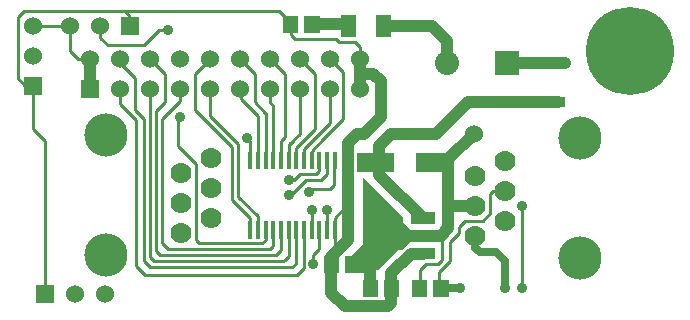
<source format=gbr>
G04 start of page 2 for group 0 idx 0 *
G04 Title: (unknown), component *
G04 Creator: pcb 20110918 *
G04 CreationDate: Sun 03 Feb 2013 12:26:50 AM GMT UTC *
G04 For: petersen *
G04 Format: Gerber/RS-274X *
G04 PCB-Dimensions: 222000 104000 *
G04 PCB-Coordinate-Origin: lower left *
%MOIN*%
%FSLAX25Y25*%
%LNTOP*%
%ADD33C,0.0300*%
%ADD32C,0.0480*%
%ADD31C,0.0380*%
%ADD30C,0.1280*%
%ADD29C,0.1285*%
%ADD28C,0.0350*%
%ADD27C,0.0200*%
%ADD26C,0.0360*%
%ADD25R,0.0130X0.0130*%
%ADD24R,0.0360X0.0360*%
%ADD23R,0.0512X0.0512*%
%ADD22R,0.0945X0.0945*%
%ADD21R,0.0378X0.0378*%
%ADD20R,0.0630X0.0630*%
%ADD19C,0.0700*%
%ADD18C,0.0800*%
%ADD17C,0.0600*%
%ADD16C,0.1440*%
%ADD15C,0.2937*%
%ADD14C,0.0250*%
%ADD13C,0.0100*%
%ADD12C,0.0400*%
%ADD11C,0.0001*%
G54D11*G36*
X118000Y15500D02*Y14500D01*
X114000D01*
Y20500D01*
X117500Y24000D01*
Y46500D01*
X131000Y33000D01*
Y22500D01*
X129500D01*
X122500Y15500D01*
X118000D01*
G37*
G54D12*X100000Y97500D02*X112500D01*
G54D13*X93500Y98000D02*Y94000D01*
X95000Y92500D01*
X91500Y81000D02*X86500Y86000D01*
X81500Y81000D02*X76500Y86000D01*
X36000Y102000D02*X89500D01*
X93500Y98000D01*
X52500Y95500D02*X49500D01*
X44500Y90500D01*
X95000Y92500D02*X108500D01*
X109500Y91500D01*
X115000D01*
X116500Y90000D01*
Y85500D01*
X111000Y81500D02*X106500Y86000D01*
Y64500D02*Y76000D01*
X111000Y66000D02*Y81500D01*
X101500Y62500D02*Y81000D01*
X96500Y86000D01*
Y61000D02*Y76500D01*
X104000Y59000D02*X111000Y66000D01*
X93000Y57500D02*X96500Y61000D01*
X97838Y55838D02*X106500Y64500D01*
X94500Y59000D02*X92750Y57250D01*
X101500Y62500D02*X95250Y56250D01*
X91500Y60000D02*Y81000D01*
X90162Y58662D02*X91500Y60000D01*
X82500Y67000D02*X77000Y72500D01*
Y76000D01*
X66500D02*Y67000D01*
X76000Y57500D01*
X82485Y67015D02*X81250Y68250D01*
X79926Y58574D02*X79000Y59500D01*
X56000Y57000D02*Y67000D01*
X85000Y68000D02*X81500Y71500D01*
Y81000D01*
X87603Y70397D02*X86500Y71500D01*
Y76000D01*
X85044Y67956D02*X84000Y69000D01*
G54D12*X123000Y57000D02*Y52842D01*
X121658Y51500D01*
X123000Y52500D02*Y47348D01*
X124405Y97000D02*X140500D01*
X142000Y61000D02*X127000D01*
X123000Y57000D01*
X123500Y66500D02*Y78500D01*
X165500Y84500D02*X185000D01*
X140500Y97000D02*X145500Y92000D01*
Y84500D01*
X182500Y71600D02*X152600D01*
X123500Y78500D02*X121000Y81000D01*
X116500D01*
Y86000D02*Y76000D01*
X112500Y58000D02*X115500Y61000D01*
X118000D01*
X123500Y66500D01*
X152600Y71600D02*X142000Y61000D01*
X123000Y47348D02*X137442Y32906D01*
X136500Y27000D02*X143500D01*
X146000Y29500D01*
X127000Y12000D02*Y14500D01*
X133500Y21000D01*
G54D13*X136500Y13500D02*Y8500D01*
G54D12*X133500Y21000D02*X137500D01*
G54D13*X136500Y12500D02*Y15500D01*
X138500Y17500D01*
X142500D01*
X144000Y19000D01*
X143000Y12500D02*Y15000D01*
X144000Y19000D02*Y27500D01*
X146500Y18500D02*Y25000D01*
X149500Y28000D01*
X143000Y15000D02*X146500Y18500D01*
G54D14*X150000Y9500D02*X143500D01*
G54D13*X143000Y14000D02*Y9000D01*
G54D12*X120000Y11500D02*Y29500D01*
X113500Y17500D02*X120000D01*
X111500Y3500D02*X126000D01*
X127000Y4500D01*
Y12500D01*
X146000Y51500D02*Y52500D01*
X154500Y61000D01*
X146000Y29500D02*Y52500D01*
Y37000D02*X155000D01*
G54D13*X149500Y28000D02*Y30000D01*
X151500Y32000D01*
X157500D01*
X160000Y34500D01*
G54D14*X162000Y21500D02*X156500D01*
X155000Y23000D01*
Y27000D01*
G54D13*X160000Y34500D02*Y41000D01*
X161000Y42000D01*
X165000D01*
X165500Y42500D01*
G54D14*X165000Y18500D02*X162000Y21500D01*
X165000Y9500D02*Y18500D01*
G54D13*X170500Y37000D02*Y9500D01*
X42000Y65500D02*Y17000D01*
X44500Y66000D02*Y18500D01*
X46500Y76000D02*Y20000D01*
X48500Y68500D02*Y22000D01*
X50500Y24500D02*Y66000D01*
X46500Y20000D02*X48000Y18500D01*
X52500Y22500D02*X50500Y24500D01*
X48500Y22000D02*X50000Y20500D01*
X44500Y18500D02*X46500Y16500D01*
X42000Y17000D02*X45000Y14000D01*
X11500Y7500D02*Y58500D01*
X7500Y62500D01*
Y76500D01*
X36500Y76000D02*Y71000D01*
X38000Y102000D02*X39500Y100500D01*
Y96500D01*
X36500Y71000D02*X42000Y65500D01*
X41500Y79500D02*Y69000D01*
X44500Y66000D01*
X51500Y71500D02*X48500Y68500D01*
X50500Y66000D02*X56500Y72000D01*
Y76500D01*
G54D12*X26500Y86500D02*Y76000D01*
G54D13*X61500Y81000D02*X66500Y86000D01*
X36500D02*Y84500D01*
X41500Y79500D01*
X46500Y86000D02*X51500Y81000D01*
Y71500D01*
X44500Y90500D02*X32500D01*
X7500Y77000D02*X5000D01*
X2500Y79500D01*
Y100000D01*
X4500Y102000D01*
X7500Y97000D02*X20000D01*
X4500Y102000D02*X38000D01*
X32500Y90500D02*X30000Y93000D01*
Y97500D01*
X20000Y97000D02*Y88500D01*
X22500Y86000D01*
X26500D01*
X7500Y76500D02*X7000Y77000D01*
X79000Y59500D02*Y59000D01*
X74000Y39000D02*Y56500D01*
X70000Y60500D01*
X76000Y57500D02*Y40000D01*
X79926Y52114D02*Y58574D01*
X70500Y60000D02*X61500Y69000D01*
Y81000D01*
X62000Y25500D02*Y51000D01*
X86500Y22500D02*X52500D01*
X50000Y20500D02*X88500D01*
X48000Y18500D02*X91000D01*
X46500Y16500D02*X94000D01*
X45000Y14000D02*X95500D01*
X90162Y22162D02*X89000Y21000D01*
X88500Y20500D02*X90000Y22000D01*
X90162Y28886D02*Y22162D01*
X87603Y28886D02*Y23603D01*
X85044Y28886D02*Y25544D01*
X91000Y18500D02*X92500Y20000D01*
X84000Y24500D02*X63000D01*
X62000Y25500D01*
X85044Y25544D02*X84000Y24500D01*
X79926Y28886D02*Y33074D01*
X74000Y39000D01*
X90162Y52114D02*Y58662D01*
X87603Y52114D02*Y70397D01*
X85044Y52114D02*Y67956D01*
X82485Y52114D02*Y67015D01*
X87603Y23603D02*X86500Y22500D01*
X62000Y51000D02*X56000Y57000D01*
X92750Y57250D02*Y52143D01*
X95250Y56250D02*Y52143D01*
X95279Y52114D01*
X92750Y52143D02*X92721Y52114D01*
X82485Y28886D02*Y33515D01*
X76000Y40000D01*
X95279Y28886D02*Y17779D01*
X94000Y16500D01*
X92721Y28886D02*Y20221D01*
X91500Y19000D01*
X95500Y14000D02*X97500Y16000D01*
G54D12*X107000Y17500D02*Y8000D01*
X111500Y3500D01*
G54D13*X97838Y16338D02*X96500Y15000D01*
G54D12*X107000Y17000D02*Y20000D01*
X112500Y25500D01*
G54D13*X101000Y17500D02*Y20500D01*
X102956Y22456D02*X101000Y20500D01*
X108074Y22074D02*X107000Y21000D01*
X97838Y28886D02*Y16338D01*
G54D12*X112500Y25500D02*Y55500D01*
G54D13*X106500Y42500D02*X108000Y44000D01*
Y52040D01*
X108074Y52114D01*
X105515Y28886D02*Y35485D01*
X108074Y33074D02*X112500Y37500D01*
G54D12*Y54500D02*Y58000D01*
G54D13*X100500Y35000D02*X100000Y35500D01*
X105515Y35485D02*X105500Y35500D01*
X108074Y33074D02*Y22074D01*
X102956Y28886D02*Y22456D01*
X100397Y28886D02*Y35397D01*
X100500Y35500D01*
X99500Y42500D02*X106500D01*
X103500Y45500D02*X98500D01*
X93000Y40000D01*
Y45500D02*X94500D01*
X103500D02*X105500Y47500D01*
X94500Y45500D02*X96500Y47500D01*
X97838Y52114D02*Y55838D01*
X100397Y52114D02*Y55397D01*
X104250Y59250D01*
X102956Y52114D02*Y48456D01*
X102000Y47500D01*
X96500D01*
X105500D02*Y52099D01*
X105515Y52114D01*
G54D15*X206500Y88500D03*
G54D16*X189925Y19500D03*
Y59500D03*
G54D11*G36*
X23500Y79000D02*Y73000D01*
X29500D01*
Y79000D01*
X23500D01*
G37*
G54D17*X36500Y76000D03*
Y86000D03*
X46500Y76000D03*
Y86000D03*
X56500D03*
X26500D03*
G54D11*G36*
X37000Y100000D02*Y94000D01*
X43000D01*
Y100000D01*
X37000D01*
G37*
G54D17*X30000Y97000D03*
X20000D03*
X7500Y87000D03*
Y97000D03*
X86500Y76000D03*
X96500D03*
X106500D03*
X116500D03*
G54D18*X145500Y84500D03*
G54D19*X154925Y27000D03*
Y37000D03*
Y47000D03*
X164925Y32000D03*
Y42000D03*
Y52000D03*
G54D11*G36*
X161500Y88500D02*Y80500D01*
X169500D01*
Y88500D01*
X161500D01*
G37*
G54D17*X56500Y76000D03*
X66500D03*
X76500D03*
X66500Y86000D03*
X76500D03*
X86500D03*
X96500D03*
X106500D03*
X116500D03*
G54D11*G36*
X4500Y80000D02*Y74000D01*
X10500D01*
Y80000D01*
X4500D01*
G37*
G36*
X8500Y10500D02*Y4500D01*
X14500D01*
Y10500D01*
X8500D01*
G37*
G54D17*X21500Y7500D03*
X31500D03*
G54D19*X67000Y53000D03*
X57000Y48000D03*
X67000Y43000D03*
X57000Y38000D03*
X67000Y33000D03*
X57000Y28000D03*
G54D16*X32000Y60500D03*
Y20500D03*
G54D20*X118508Y51500D02*X124807D01*
X138193D02*X144492D01*
G54D21*X135395Y21094D02*X139489D01*
X127679Y27000D02*X139489D01*
G54D22*X124055D02*X125945D01*
G54D11*G36*
X129250Y23695D02*X132090Y26535D01*
X133510Y25115D01*
X130670Y22275D01*
X129250Y23695D01*
G37*
G36*
X130670Y31725D02*X133510Y28885D01*
X132090Y27465D01*
X129250Y30305D01*
X130670Y31725D01*
G37*
G54D21*X135395Y32906D02*X139489D01*
G54D23*X127043Y9893D02*Y9107D01*
X119957Y9893D02*Y9107D01*
X143543Y9893D02*Y9107D01*
X136457Y9893D02*Y9107D01*
G54D24*X181900Y71600D02*X183100D01*
G54D23*X124405Y98181D02*Y95819D01*
X112595Y98181D02*Y95819D01*
G54D24*X181900Y84500D02*X183100D01*
G54D23*X93457Y97893D02*Y97107D01*
X100543Y97893D02*Y97107D01*
G54D25*X108074Y54417D02*Y49811D01*
X105515Y54417D02*Y49811D01*
X102956Y54417D02*Y49811D01*
X100397Y54417D02*Y49811D01*
X97838Y54417D02*Y49811D01*
X95279Y54417D02*Y49811D01*
X92721Y54417D02*Y49811D01*
X90162Y54417D02*Y49811D01*
X87603Y54417D02*Y49811D01*
X85044Y54417D02*Y49811D01*
X82485Y54417D02*Y49811D01*
X79926Y54417D02*Y49811D01*
Y31189D02*Y26583D01*
X82485Y31189D02*Y26583D01*
X85044Y31189D02*Y26583D01*
X87603Y31189D02*Y26583D01*
X90162Y31189D02*Y26583D01*
X92721Y31189D02*Y26583D01*
X95279Y31189D02*Y26583D01*
X97838Y31189D02*Y26583D01*
X100397Y31189D02*Y26583D01*
X102956Y31189D02*Y26583D01*
X105515Y31189D02*Y26583D01*
X108074Y31189D02*Y26583D01*
G54D23*X106957Y17893D02*Y17107D01*
X114043Y17893D02*Y17107D01*
G54D26*X52500Y95500D03*
X56500Y66500D03*
X93000Y40500D03*
Y45500D03*
X79000Y59500D03*
X105500Y35500D03*
X101000Y17500D03*
X100500Y35500D03*
X99500Y41500D03*
G54D17*X154500Y61000D03*
G54D26*X150000Y9500D03*
X170500Y37000D03*
X165000Y9500D03*
X170500D03*
G54D27*G54D28*G54D27*G54D29*G54D30*G54D31*G54D32*G54D33*G54D32*G54D31*G54D33*G54D30*M02*

</source>
